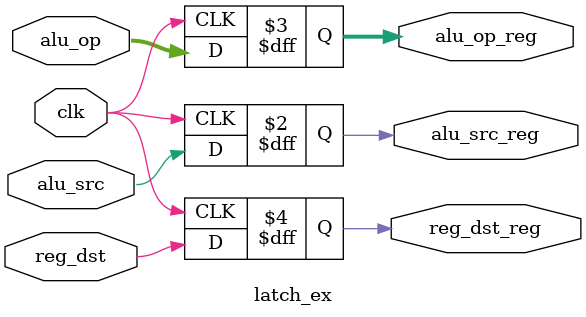
<source format=v>
`timescale 1ns / 1ps
module latch_ex(
    input clk,
	 input alu_src,
    input [5:0] alu_op,
    input reg_dst,
    output reg alu_src_reg,
    output reg [5:0] alu_op_reg,
    output reg reg_dst_reg
    );

	always @(posedge clk) begin
		alu_src_reg	<= alu_src;
		alu_op_reg 	<= alu_op;
		reg_dst_reg <= reg_dst;
	end

endmodule

</source>
